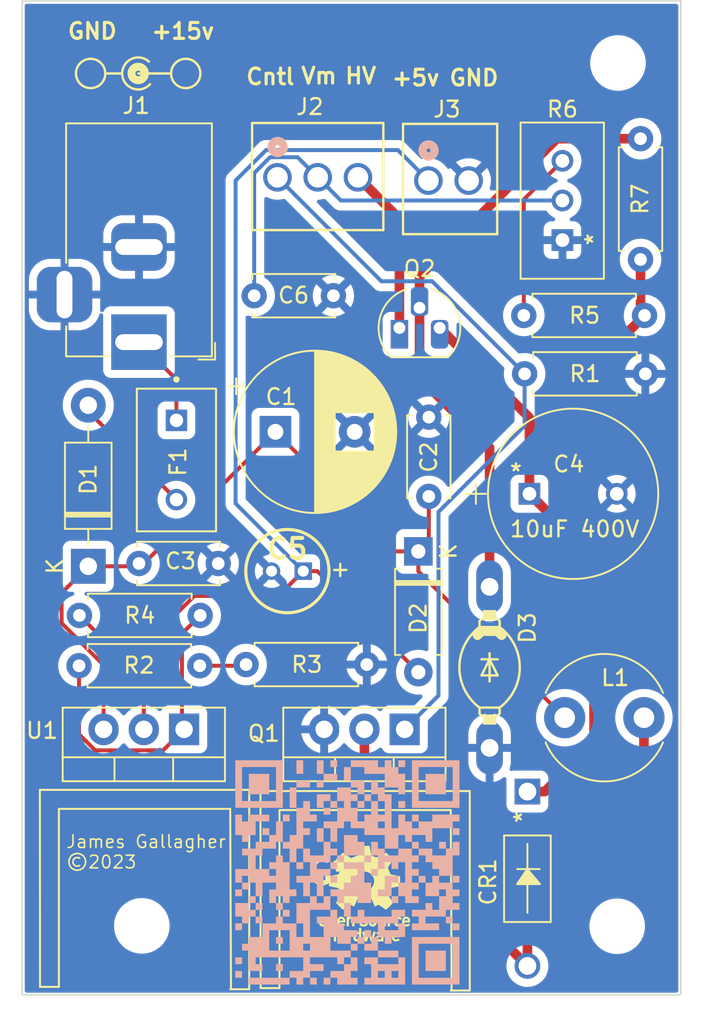
<source format=kicad_pcb>
(kicad_pcb (version 20221018) (generator pcbnew)
  (layers (0 "F.Cu" signal) (31 "B.Cu" signal) (34 "B.Paste" user) (35 "F.Paste" user) (36 "B.SilkS" user "B.Silkscreen") (37 "F.SilkS" user "F.Silkscreen") (38 "B.Mask" user) (39 "F.Mask" user) (44 "Edge.Cuts" user))
  (net 0 "")
  (net 1 "+15V")
  (net 2 "GND")
  (net 3 "Net-(Q2-C)")
  (net 4 "+5V")
  (net 5 "Vm")
  (net 6 "Net-(Q1-D)")
  (net 7 "Net-(D1-A)")
  (net 8 "Net-(F1-Pad1)")
  (net 9 "Cntrl")
  (net 10 "HV")
  (net 11 "Net-(Q2-B)")
  (net 12 "Net-(U1-ADJ)")
  (net 13 "Net-(R2-Pad2)")
  (net 14 "Net-(R5-Pad2)")
  (footprint "MountingHole:MountingHole_3mm" (layer "F.Cu") (at 60.7822 27.432)
    (fp_text reference "H3" hide)
    (fp_text value "MountingHole")
    (pad "" np_thru_hole circle (at 0 0) (size 3 3) (drill 3) (layers "*.Cu" "*.Mask"))
  )
  (footprint "nixie-2.1-footprints:CONN3_OSTVN03A150_OST" (layer "F.Cu") (at 39.2938 34.643601)
    (fp_text reference "J2" (at 2.04 -4.45 unlocked) (layer "F.SilkS"))
    (fp_text value "Conn_3_screw_OSTVN03A150")
    (pad "1" thru_hole circle (at 0 0) (size 1.8034 1.8034) (drill 1.2954) (layers "*.Cu" "*.Mask") (net 9 "Cntrl"))
    (pad "2" thru_hole circle (at 2.54 0) (size 1.8034 1.8034) (drill 1.2954) (layers "*.Cu" "*.Mask") (net 5 "Vm"))
    (pad "3" thru_hole circle (at 5.08 0) (size 1.8034 1.8034) (drill 1.2954) (layers "*.Cu" "*.Mask") (net 10 "HV"))
  )
  (footprint "nixie-2.1-footprints:10uF_400v_ESG106M400AH4AA" (layer "F.Cu") (at 55.1942 54.61)
    (fp_text reference "C4" (at 2.48 -1.87) (layer "F.SilkS"))
    (fp_text value "10uF 400V" (at 2.855 2.2269) (layer "F.SilkS"))
    (fp_text user "*" (at -0.8528 -1.3716) (layer "F.SilkS"))
    (pad "1" thru_hole rect (at 0 0) (size 1.3716 1.3716) (drill 0.8636) (layers "*.Cu" "*.Mask") (net 3 "Net-(Q2-C)"))
    (pad "2" thru_hole circle (at 5.5118 0) (size 1.3716 1.3716) (drill 0.8636) (layers "*.Cu" "*.Mask") (net 2 "GND"))
  )
  (footprint "Resistor_THT:R_Axial_DIN0207_L6.3mm_D2.5mm_P7.62mm_Horizontal" (layer "F.Cu") (at 26.7716 65.4558)
    (fp_text reference "R2" (at 3.7846 -0.0254) (layer "F.SilkS"))
    (fp_text value "330")
    (pad "1" thru_hole circle (at 0 0) (size 1.6 1.6) (drill 0.8) (layers "*.Cu" "*.Mask") (net 12 "Net-(U1-ADJ)"))
    (pad "2" thru_hole oval (at 7.62 0) (size 1.6 1.6) (drill 0.8) (layers "*.Cu" "*.Mask") (net 13 "Net-(R2-Pad2)"))
  )
  (footprint "Resistor_THT:R_Axial_DIN0207_L6.3mm_D2.5mm_P7.62mm_Horizontal" (layer "F.Cu") (at 26.797 62.2808)
    (fp_text reference "R4" (at 3.81 0) (layer "F.SilkS"))
    (fp_text value "220")
    (pad "1" thru_hole circle (at 0 0) (size 1.6 1.6) (drill 0.8) (layers "*.Cu" "*.Mask") (net 4 "+5V"))
    (pad "2" thru_hole oval (at 7.62 0) (size 1.6 1.6) (drill 0.8) (layers "*.Cu" "*.Mask") (net 12 "Net-(U1-ADJ)"))
  )
  (footprint "Capacitor_THT:C_Disc_D5.0mm_W2.5mm_P5.00mm" (layer "F.Cu") (at 37.8244 42.1132)
    (fp_text reference "C6" (at 2.4854 -0.0254) (layer "F.SilkS"))
    (fp_text value "0.1uF 50V")
    (pad "1" thru_hole circle (at 0 0) (size 1.6 1.6) (drill 0.8) (layers "*.Cu" "*.Mask") (net 5 "Vm"))
    (pad "2" thru_hole circle (at 5 0) (size 1.6 1.6) (drill 0.8) (layers "*.Cu" "*.Mask") (net 2 "GND"))
  )
  (footprint "Symbol:OSHW-Logo_5.7x6mm_SilkScreen" (layer "F.Cu") (at 44.7802 79.8322)
    (fp_text reference "REF**" hide)
    (fp_text value "OSHW-Logo_5.7x6mm_SilkScreen" hide)
  )
  (footprint "nixie-2.1-footprints:MUR160G" (layer "F.Cu") (at 55.0672 73.3935 -90)
    (fp_text reference "CR1" (at 5.7021 2.4892 90) (layer "F.SilkS"))
    (fp_text value "MUR160G" hide)
    (fp_text user "*" (at 1.6 0.3 90) (layer "F.SilkS"))
    (pad "1" thru_hole rect (at 0 0 270) (size 1.6256 1.6256) (drill 1.1176) (layers "*.Cu" "*.Mask") (net 3 "Net-(Q2-C)"))
    (pad "2" thru_hole circle (at 10.9982 0 270) (size 1.6256 1.6256) (drill 1.1176) (layers "*.Cu" "*.Mask") (net 6 "Net-(Q1-D)"))
  )
  (footprint "Symbol:Symbol_Barrel_Polarity" (layer "F.Cu") (at 30.5054 28.0174)
    (fp_text reference "REF**" hide)
    (fp_text value "Symbol_Barrel_Polarity")
  )
  (footprint "Capacitor_THT:CP_Radial_D10.0mm_P5.00mm" (layer "F.Cu") (at 39.1668 50.6984)
    (fp_text reference "C1" (at 0.3556 -2.2098) (layer "F.SilkS"))
    (fp_text value "470uF 25V")
    (pad "1" thru_hole rect (at 0 0) (size 2 2) (drill 1) (layers "*.Cu" "*.Mask") (net 1 "+15V"))
    (pad "2" thru_hole circle (at 5 0) (size 2 2) (drill 1) (layers "*.Cu" "*.Mask") (net 2 "GND"))
  )
  (footprint "Package_TO_SOT_THT:TO-220-3_Vertical" (layer "F.Cu") (at 33.401 69.469 180)
    (fp_text reference "U1" (at 8.9662 -0.0762) (layer "F.SilkS"))
    (fp_text value "LM317_TO-220")
    (pad "1" thru_hole rect (at 0 0 180) (size 1.905 2) (drill 1.1) (layers "*.Cu" "*.Mask") (net 12 "Net-(U1-ADJ)"))
    (pad "2" thru_hole oval (at 2.54 0 180) (size 1.905 2) (drill 1.1) (layers "*.Cu" "*.Mask") (net 4 "+5V"))
    (pad "3" thru_hole oval (at 5.08 0 180) (size 1.905 2) (drill 1.1) (layers "*.Cu" "*.Mask") (net 1 "+15V"))
  )
  (footprint "nixie-2.1-footprints:10k_Trimmer_PV36W103C01B00" (layer "F.Cu") (at 57.277 38.6042 90)
    (fp_text reference "R6" (at 8.2512 0 180) (layer "F.SilkS"))
    (fp_text value "10K_Trimmer" hide)
    (fp_text user "*" (at 0.0508 1.9812 90) (layer "F.SilkS"))
    (pad "1" thru_hole rect (at 0 0 90) (size 1.3716 1.3716) (drill 0.8636) (layers "*.Cu" "*.Mask") (net 2 "GND"))
    (pad "2" thru_hole circle (at 2.5 0 90) (size 1.3716 1.3716) (drill 0.8636) (layers "*.Cu" "*.Mask") (net 5 "Vm"))
    (pad "3" thru_hole circle (at 5 0 90) (size 1.3716 1.3716) (drill 0.8636) (layers "*.Cu" "*.Mask") (net 14 "Net-(R5-Pad2)"))
  )
  (footprint "nixie-2.1-footprints:BZT3C240" (layer "F.Cu") (at 52.6796 65.5574 -90)
    (fp_text reference "D3" (at -2.4892 -2.3876 90) (layer "F.SilkS") (effects (font (size 1.000874 1.000874))))
    (fp_text value "BZT3C240")
    (pad "A" thru_hole oval (at 5.08 0 270) (size 3.3528 1.6764) (drill 1.1176) (layers "*.Cu" "*.Mask") (net 2 "GND"))
    (pad "C" thru_hole oval (at -5.08 0 270) (size 3.3528 1.6764) (drill 1.1176) (layers "*.Cu" "*.Mask") (net 11 "Net-(Q2-B)"))
  )
  (footprint "Resistor_THT:R_Axial_DIN0207_L6.3mm_D2.5mm_P7.62mm_Horizontal" (layer "F.Cu") (at 62.2046 39.8272 90)
    (fp_text reference "R7" (at 3.81 -0.0254 90) (layer "F.SilkS"))
    (fp_text value "390K")
    (pad "1" thru_hole circle (at 0 0 90) (size 1.6 1.6) (drill 0.8) (layers "*.Cu" "*.Mask") (net 3 "Net-(Q2-C)"))
    (pad "2" thru_hole oval (at 7.62 0 90) (size 1.6 1.6) (drill 0.8) (layers "*.Cu" "*.Mask") (net 11 "Net-(Q2-B)"))
  )
  (footprint "nixie-2.1-footprints:AHRF050_30v_500mA_polyfuse" (layer "F.Cu") (at 32.9184 52.4764 -90)
    (fp_text reference "F1" (at 0.127 -0.1016 90) (layer "F.SilkS") (effects (font (size 1.002039 1.002039))))
    (fp_text value "30V 500mA")
    (pad "1" thru_hole rect (at -2.5 0 270) (size 1.358 1.358) (drill 0.85) (layers "*.Cu" "*.Mask") (net 8 "Net-(F1-Pad1)"))
    (pad "2" thru_hole circle (at 2.5 0 270) (size 1.358 1.358) (drill 0.85) (layers "*.Cu" "*.Mask") (net 7 "Net-(D1-A)"))
  )
  (footprint "Diode_THT:D_DO-41_SOD81_P10.16mm_Horizontal" (layer "F.Cu") (at 27.3558 59.182 90)
    (fp_text reference "D1" (at 5.4864 0 90) (layer "F.SilkS"))
    (fp_text value "1N5819")
    (fp_text user "K" (at 0 -2.1 90) (layer "F.SilkS"))
    (pad "1" thru_hole rect (at 0 0 90) (size 2.2 2.2) (drill 1.1) (layers "*.Cu" "*.Mask") (net 1 "+15V"))
    (pad "2" thru_hole oval (at 10.16 0 90) (size 2.2 2.2) (drill 1.1) (layers "*.Cu" "*.Mask") (net 7 "Net-(D1-A)"))
  )
  (footprint "MountingHole:MountingHole_3mm" (layer "F.Cu") (at 30.734 81.8642)
    (fp_text reference "H2" hide)
    (fp_text value "MountingHole")
    (pad "" np_thru_hole circle (at 0 0) (size 3 3) (drill 3) (layers "*.Cu" "*.Mask"))
  )
  (footprint "Capacitor_THT:C_Disc_D5.0mm_W2.5mm_P5.00mm" (layer "F.Cu") (at 30.5562 59.0042)
    (fp_text reference "C3" (at 2.6162 -0.1524) (layer "F.SilkS"))
    (fp_text value "0.1uF 50V")
    (pad "1" thru_hole circle (at 0 0) (size 1.6 1.6) (drill 0.8) (layers "*.Cu" "*.Mask") (net 1 "+15V"))
    (pad "2" thru_hole circle (at 5 0) (size 1.6 1.6) (drill 0.8) (layers "*.Cu" "*.Mask") (net 2 "GND"))
  )
  (footprint "nixie-2.1-footprints:BarrelJack_Horizontal" (layer "F.Cu") (at 30.5562 45.0398 -90)
    (fp_text reference "J1" (at -14.9154 0.1778 -180) (layer "F.SilkS"))
    (fp_text value "Barrel_Jack_Switch")
    (pad "1" thru_hole rect (at 0 0 270) (size 3.5 3.5) (drill oval 1 3) (layers "*.Cu" "*.Mask") (net 8 "Net-(F1-Pad1)"))
    (pad "2" thru_hole roundrect (at -6 0 270) (size 3 3.5) (drill oval 1 3) (layers "*.Cu" "*.Mask") (net 2 "GND"))
    (pad "3" thru_hole roundrect (at -3 4.7 270) (size 3.5 3.5) (drill oval 3 1) (layers "*.Cu" "*.Mask") (net 2 "GND"))
  )
  (footprint "nixie-2.1-footprints:AVVID-577202B-00000G" (layer "F.Cu") (at 30.9118 73.2145)
    (fp_text reference "HS1" hide)
    (fp_text value "Heatsink")
  )
  (footprint "Package_TO_SOT_THT:TO-220-3_Vertical" (layer "F.Cu") (at 47.3202 69.469 180)
    (fp_text reference "Q1" (at 8.89 -0.2592) (layer "F.SilkS"))
    (fp_text value "IRF730 TO220-3")
    (pad "1" thru_hole rect (at 0 0 180) (size 1.905 2) (drill 1.1) (layers "*.Cu" "*.Mask") (net 9 "Cntrl"))
    (pad "2" thru_hole oval (at 2.54 0 180) (size 1.905 2) (drill 1.1) (layers "*.Cu" "*.Mask") (net 6 "Net-(Q1-D)"))
    (pad "3" thru_hole oval (at 5.08 0 180) (size 1.905 2) (drill 1.1) (layers "*.Cu" "*.Mask") (net 2 "GND"))
  )
  (footprint "Inductor_THT:L_Radial_D7.8mm_P5.00mm_Fastron_07HCP" (layer "F.Cu") (at 57.4186 68.7324)
    (fp_text reference "L1" (at 3.1858 -2.5146) (layer "F.SilkS"))
    (fp_text value "200uH 1A 450m")
    (pad "1" thru_hole circle (at 0 0) (size 2.6 2.6) (drill 1.3) (layers "*.Cu" "*.Mask") (net 1 "+15V"))
    (pad "2" thru_hole circle (at 5 0) (size 2.6 2.6) (drill 1.3) (layers "*.Cu" "*.Mask") (net 6 "Net-(Q1-D)"))
  )
  (footprint "nixie-2.1-footprints:CONN_OSTVN02A150_OST" (layer "F.Cu") (at 48.8188 34.8488)
    (fp_text reference "J3" (at 1.1684 -4.4958 unlocked) (layer "F.SilkS"))
    (fp_text value "Conn_2_screw_OSTVN02A150")
    (pad "1" thru_hole circle (at 0 0) (size 1.8034 1.8034) (drill 1.2954) (layers "*.Cu" "*.Mask") (net 4 "+5V"))
    (pad "2" thru_hole circle (at 2.54 0) (size 1.8034 1.8034) (drill 1.2954) (layers "*.Cu" "*.Mask") (net 2 "GND"))
  )
  (footprint "MountingHole:MountingHole_3mm" (layer "F.Cu") (at 60.7314 81.8896)
    (fp_text reference "H1" hide)
    (fp_text value "MountingHole")
    (pad "" np_thru_hole circle (at 0 0) (size 3 3) (drill 3) (layers "*.Cu" "*.Mask"))
  )
  (footprint "Package_TO_SOT_THT:TO-92_HandSolder" (layer "F.Cu") (at 46.99 44.1452)
    (fp_text reference "Q2" (at 1.27 -3.74) (layer "F.SilkS"))
    (fp_text value "ZTX857")
    (pad "1" thru_hole rect (at 0 0) (size 1.1 1.8) (drill 0.75 (offset 0 0.4)) (layers "*.Cu" "*.Mask") (net 10 "HV"))
    (pad "2" thru_hole roundrect (at 1.27 -1.27) (size 1.1 1.8) (drill 0.75 (offset 0 -0.4)) (layers "*.Cu" "*.Mask") (net 11 "Net-(Q2-B)"))
    (pad "3" thru_hole roundrect (at 2.54 0) (size 1.1 1.8) (drill 0.75 (offset 0 0.4)) (layers "*.Cu" "*.Mask") (net 3 "Net-(Q2-C)"))
  )
  (footprint "Capacitor_THT:C_Disc_D5.0mm_W2.5mm_P5.00mm" (layer "F.Cu") (at 48.8442 54.7732 90)
    (fp_text reference "C2" (at 2.4746 0 90) (layer "F.SilkS"))
    (fp_text value "0.1uF 50V")
    (pad "1" thru_hole circle (at 0 0 90) (size 1.6 1.6) (drill 0.8) (layers "*.Cu" "*.Mask") (net 1 "+15V"))
    (pad "2" thru_hole circle (at 5 0 90) (size 1.6 1.6) (drill 0.8) (layers "*.Cu" "*.Mask") (net 2 "GND"))
  )
  (footprint "Diode_THT:D_A-405_P7.62mm_Horizontal" (layer "F.Cu") (at 48.1838 58.2422 -90)
    (fp_text reference "D2" (at 4.2164 0 90) (layer "F.SilkS"))
    (fp_text value "1N4002")
    (fp_text user "K" (at 0 -1.9 90) (layer "F.SilkS"))
    (pad "1" thru_hole rect (at 0 0 270) (size 1.8 1.8) (drill 0.9) (layers "*.Cu" "*.Mask") (net 1 "+15V"))
    (pad "2" thru_hole oval (at 7.62 0 270) (size 1.8 1.8) (drill 0.9) (layers "*.Cu" "*.Mask") (net 4 "+5V"))
  )
  (footprint "Resistor_THT:R_Axial_DIN0207_L6.3mm_D2.5mm_P7.62mm_Horizontal" (layer "F.Cu") (at 54.8894 47.0408)
    (fp_text reference "R1" (at 3.81 0) (layer "F.SilkS"))
    (fp_text value "1M")
    (pad "1" thru_hole circle (at 0 0) (size 1.6 1.6) (drill 0.8) (layers "*.Cu" "*.Mask") (net 9 "Cntrl"))
    (pad "2" thru_hole oval (at 7.62 0) (size 1.6 1.6) (drill 0.8) (layers "*.Cu" "*.Mask") (net 2 "GND"))
  )
  (footprint "Resistor_THT:R_Axial_DIN0207_L6.3mm_D2.5mm_P7.62mm_Horizontal" (layer "F.Cu") (at 62.4586 43.3578 180)
    (fp_text reference "R5" (at 3.7846 0) (layer "F.SilkS"))
    (fp_text value "390K")
    (pad "1" thru_hole circle (at 0 0 180) (size 1.6 1.6) (drill 0.8) (layers "*.Cu" "*.Mask") (net 3 "Net-(Q2-C)"))
    (pad "2" thru_hole oval (at 7.62 0 180) (size 1.6 1.6) (drill 0.8) (layers "*.Cu" "*.Mask") (net 14 "Net-(R5-Pad2)"))
  )
  (footprint "nixie-2.1-footprints:AVVID-577202B-00000G" (layer "F.Cu") (at 44.831 73.2907)
    (fp_text reference "HS2" hide)
    (fp_text value "Heatsink")
  )
  (footprint "nixie-2.1-footprints:1.0uF_160V_CAPPRD200W50D525H1250" (layer "F.Cu") (at 40.9194 59.4868 180)
    (fp_text reference "C5" (at 1 1.4) (layer "F.SilkS") (effects (font (size 1.27 1.27) (thickness 0.254))))
    (fp_text value "1.0uF 160V" hide)
    (fp_text user "+" (at -2.3368 0 180 unlocked) (layer "F.SilkS"))
    (pad "1" thru_hole rect (at 0 0 180) (size 1.1 1.1) (drill 0.7) (layers "*.Cu" "*.Mask") (net 4 "+5V"))
    (pad "2" thru_hole circle (at 2 0 180) (size 1.1 1.1) (drill 0.7) (layers "*.Cu" "*.Mask") (net 2 "GND"))
  )
  (footprint "Resistor_THT:R_Axial_DIN0207_L6.3mm_D2.5mm_P7.62mm_Horizontal" (layer "F.Cu") (at 37.3126 65.3796)
    (fp_text reference "R3" (at 3.8354 0) (layer "F.SilkS"))
    (fp_text value "330")
    (pad "1" thru_hole circle (at 0 0) (size 1.6 1.6) (drill 0.8) (layers "*.Cu" "*.Mask") (net 13 "Net-(R2-Pad2)"))
    (pad "2" thru_hole oval (at 7.62 0) (size 1.6 1.6) (drill 0.8) (layers "*.Cu" "*.Mask") (net 2 "GND"))
  )
  (footprint "nixie-2.1-footprints:UntitledZ573M-power-pcb-14mm" (layer "B.Cu") (at 43.7134 78.486 180)
    (fp_text reference "G***" (at 0 0) (layer "F.SilkS") (effects (font (size 1.5 1.5) (thickness 0.3))))
    (fp_text value "LOGO" hide)
  )
  (gr_rect (start 23.1902 23.5077) (end 64.7446 86.2076) (stroke (width 0.1)) (fill none) (layer "Edge.Cuts"))
  (gr_text "HV" (at 43.4594 28.829) (layer "F.SilkS") (effects (font (size 1 1) (thickness 0.2) bold) (justify left bottom)))
  (gr_text "James Gallagher\n©2023" (at 25.908 78.3082) (layer "F.SilkS") (effects (font (size 0.8 0.8) (thickness 0.1) bold) (justify left bottom)))
  (gr_text "Cntl" (at 37.211 28.8798) (layer "F.SilkS") (effects (font (size 1 1) (thickness 0.2) bold) (justify left bottom)))
  (gr_text "+15v\n" (at 31.242 26.0096) (layer "F.SilkS") (effects (font (size 1 1) (thickness 0.2) bold) (justify left bottom)))
  (gr_text "GND" (at 25.9588 26.0096) (layer "F.SilkS") (effects (font (size 1 1) (thickness 0.2) bold) (justify left bottom)))
  (gr_text "GND" (at 50.038 28.956) (layer "F.SilkS") (effects (font (size 1 1) (thickness 0.2) bold) (justify left bottom)))
  (gr_text "+5v\n" (at 46.4058 28.956) (layer "F.SilkS") (effects (font (size 1 1) (thickness 0.2) bold) (justify left bottom)))
  (gr_text "Vm" (at 40.6908 28.829) (layer "F.SilkS") (effects (font (size 1 1) (thickness 0.2) bold) (justify left bottom)))
  (segment (start 27.3558 59.182) (end 30.6832 59.182) (width 0.25) (layer "F.Cu") (net 1))
  (segment (start 48.8442 57.5818) (end 48.1838 58.2422) (width 0.25) (layer "F.Cu") (net 1))
  (segment (start 46.7106 58.2422) (end 39.1668 50.6984) (width 0.25) (layer "F.Cu") (net 1))
  (segment (start 25.672 60.8658) (end 27.3558 59.182) (width 0.25) (layer "F.Cu") (net 1))
  (segment (start 30.6832 59.182) (end 39.1668 50.6984) (width 0.25) (layer "F.Cu") (net 1))
  (segment (start 28.321 69.469) (end 28.321 65.414209) (width 0.25) (layer "F.Cu") (net 1))
  (segment (start 25.672 62.765209) (end 25.672 60.8658) (width 0.25) (layer "F.Cu") (net 1))
  (segment (start 48.1838 58.2422) (end 46.7106 58.2422) (width 0.25) (layer "F.Cu") (net 1))
  (segment (start 48.8442 54.7732) (end 48.8442 57.5818) (width 0.25) (layer "F.Cu") (net 1))
  (segment (start 28.321 65.414209) (end 25.672 62.765209) (width 0.25) (layer "F.Cu") (net 1))
  (segment (start 48.1838 59.4976) (end 57.4186 68.7324) (width 0.25) (layer "F.Cu") (net 1))
  (segment (start 48.1838 58.2422) (end 48.1838 59.4976) (width 0.25) (layer "F.Cu") (net 1))
  (segment (start 55.1942 49.8094) (end 55.1942 54.61) (width 0.606715) (layer "F.Cu") (net 3))
  (segment (start 62.2046 43.1038) (end 62.4586 43.3578) (width 0.606715) (layer "F.Cu") (net 3))
  (segment (start 59.271957 58.687757) (end 55.1942 54.61) (width 0.606715) (layer "F.Cu") (net 3))
  (segment (start 56.1594 73.3935) (end 59.271957 70.280943) (width 0.606715) (layer "F.Cu") (net 3))
  (segment (start 49.53 44.1452) (end 55.1942 49.8094) (width 0.606715) (layer "F.Cu") (net 3))
  (segment (start 62.4586 43.3578) (end 55.1942 50.6222) (width 0.606715) (layer "F.Cu") (net 3))
  (segment (start 55.1942 50.6222) (end 55.1942 54.61) (width 0.606715) (layer "F.Cu") (net 3))
  (segment (start 59.271957 70.280943) (end 59.271957 58.687757) (width 0.606715) (layer "F.Cu") (net 3))
  (segment (start 55.0672 73.3935) (end 56.1594 73.3935) (width 0.606715) (layer "F.Cu") (net 3))
  (segment (start 62.2046 39.8272) (end 62.2046 43.1038) (width 0.606715) (layer "F.Cu") (net 3))
  (segment (start 41.8084 59.4868) (end 48.1838 65.8622) (width 0.25) (layer "F.Cu") (net 4))
  (segment (start 30.861 66.3448) (end 30.861 69.469) (width 0.25) (layer "F.Cu") (net 4))
  (segment (start 40.9194 59.4868) (end 39.354004 61.052196) (width 0.25) (layer "F.Cu") (net 4))
  (segment (start 26.797 62.2808) (end 30.861 66.3448) (width 0.25) (layer "F.Cu") (net 4))
  (segment (start 30.861 64.2366) (end 30.861 69.469) (width 0.25) (layer "F.Cu") (net 4))
  (segment (start 40.9194 59.4868) (end 41.8084 59.4868) (width 0.25) (layer "F.Cu") (net 4))
  (segment (start 34.045404 61.052196) (end 30.861 64.2366) (width 0.25) (layer "F.Cu") (net 4))
  (segment (start 39.354004 61.052196) (end 34.045404 61.052196) (width 0.25) (layer "F.Cu") (net 4))
  (segment (start 36.6522 55.2196) (end 40.9194 59.4868) (width 0.25) (layer "B.Cu") (net 4))
  (segment (start 36.6522 34.8488) (end 36.6522 55.2196) (width 0.25) (layer "B.Cu") (net 4))
  (segment (start 38.5754 32.9256) (end 36.6522 34.8488) (width 0.25) (layer "B.Cu") (net 4))
  (segment (start 46.8956 32.9256) (end 38.5754 32.9256) (width 0.25) (layer "B.Cu") (net 4))
  (segment (start 48.8188 34.8488) (end 46.8956 32.9256) (width 0.25) (layer "B.Cu") (net 4))
  (segment (start 37.8244 34.378185) (end 38.826985 33.3756) (width 0.25) (layer "B.Cu") (net 5))
  (segment (start 41.8338 34.643601) (end 43.294399 36.1042) (width 0.25) (layer "B.Cu") (net 5))
  (segment (start 37.8244 42.1132) (end 37.8244 34.378185) (width 0.25) (layer "B.Cu") (net 5))
  (segment (start 43.294399 36.1042) (end 57.277 36.1042) (width 0.25) (layer "B.Cu") (net 5))
  (segment (start 40.565799 33.3756) (end 41.8338 34.643601) (width 0.25) (layer "B.Cu") (net 5))
  (segment (start 38.826985 33.3756) (end 40.565799 33.3756) (width 0.25) (layer "B.Cu") (net 5))
  (segment (start 44.7802 69.469) (end 44.7802 74.2317) (width 0.606715) (layer "F.Cu") (net 6))
  (segment (start 44.9072 74.2317) (end 44.7802 74.2317) (width 0.606715) (layer "F.Cu") (net 6))
  (segment (start 55.0672 79.8576) (end 62.4186 72.5062) (width 0.606715) (layer "F.Cu") (net 6))
  (segment (start 55.0672 84.3917) (end 44.9072 74.2317) (width 0.606715) (layer "F.Cu") (net 6))
  (segment (start 55.0672 84.3917) (end 55.0672 79.8576) (width 0.606715) (layer "F.Cu") (net 6))
  (segment (start 62.4186 72.5062) (end 62.4186 68.7324) (width 0.606715) (layer "F.Cu") (net 6))
  (segment (start 32.9184 54.9764) (end 27.3558 49.4138) (width 0.25) (layer "F.Cu") (net 7))
  (segment (start 27.3558 49.4138) (end 27.3558 49.022) (width 0.25) (layer "F.Cu") (net 7))
  (segment (start 32.9184 49.9764) (end 32.9184 47.402) (width 0.25) (layer "F.Cu") (net 8))
  (segment (start 32.9184 47.402) (end 30.5562 45.0398) (width 0.25) (layer "F.Cu") (net 8))
  (segment (start 49.0488 41.2002) (end 54.8894 47.0408) (width 0.25) (layer "B.Cu") (net 9))
  (segment (start 45.850399 41.2002) (end 49.0488 41.2002) (width 0.25) (layer "B.Cu") (net 9))
  (segment (start 49.4538 67.3354) (end 47.3202 69.469) (width 0.25) (layer "B.Cu") (net 9))
  (segment (start 54.8894 47.0408) (end 54.8894 50.318991) (width 0.25) (layer "B.Cu") (net 9))
  (segment (start 54.8894 50.318991) (end 49.4538 55.754591) (width 0.25) (layer "B.Cu") (net 9))
  (segment (start 39.2938 34.643601) (end 45.850399 41.2002) (width 0.25) (layer "B.Cu") (net 9))
  (segment (start 49.4538 55.754591) (end 49.4538 67.3354) (width 0.25) (layer "B.Cu") (net 9))
  (segment (start 46.99 37.259801) (end 44.3738 34.643601) (width 0.606715) (layer "F.Cu") (net 10))
  (segment (start 46.99 44.1452) (end 46.99 37.259801) (width 0.606715) (layer "F.Cu") (net 10))
  (segment (start 62.2046 32.2072) (end 56.921567 32.2072) (width 0.606715) (layer "F.Cu") (net 11))
  (segment (start 56.921567 32.2072) (end 48.26 40.868767) (width 0.606715) (layer "F.Cu") (net 11))
  (segment (start 48.26 40.868767) (end 48.26 42.8752) (width 0.606715) (layer "F.Cu") (net 11))
  (segment (start 52.6796 60.4774) (end 52.6796 51.694664) (width 0.606715) (layer "F.Cu") (net 11))
  (segment (start 48.26 47.275064) (end 48.26 42.8752) (width 0.606715) (layer "F.Cu") (net 11))
  (segment (start 52.6796 51.694664) (end 48.26 47.275064) (width 0.606715) (layer "F.Cu") (net 11))
  (segment (start 33.401 69.469) (end 33.2666 69.3346) (width 0.25) (layer "F.Cu") (net 12))
  (segment (start 33.2666 69.3346) (end 33.2666 63.4312) (width 0.25) (layer "F.Cu") (net 12))
  (segment (start 33.2666 63.4312) (end 34.417 62.2808) (width 0.25) (layer "F.Cu") (net 12))
  (segment (start 32.076 70.794) (end 27.791842 70.794) (width 0.25) (layer "F.Cu") (net 12))
  (segment (start 33.401 69.469) (end 32.076 70.794) (width 0.25) (layer "F.Cu") (net 12))
  (segment (start 26.7716 69.773758) (end 26.7716 65.4558) (width 0.25) (layer "F.Cu") (net 12))
  (segment (start 27.791842 70.794) (end 26.7716 69.773758) (width 0.25) (layer "F.Cu") (net 12))
  (segment (start 37.2364 65.4558) (end 37.3126 65.3796) (width 0.25) (layer "F.Cu") (net 13))
  (segment (start 34.3916 65.4558) (end 37.2364 65.4558) (width 0.25) (layer "F.Cu") (net 13))
  (segment (start 54.8386 43.3578) (end 54.8386 36.0426) (width 0.25) (layer "F.Cu") (net 14))
  (segment (start 54.8386 36.0426) (end 57.277 33.6042) (width 0.25) (layer "F.Cu") (net 14))
  (zone (net 2) (net_name "GND") (layer "B.Cu") (name "Ground") (connect_pads (clearance 0.508)) (min_thickness 0.25) (fill yes (thermal_gap 0.5) (thermal_bridge_width 0.5))
    (polygon (pts (xy 64.5922 86.0806) (xy 64.5922 23.6982) (xy 23.3426 23.6982) (xy 23.3426 86.0806)))
  )
)
</source>
